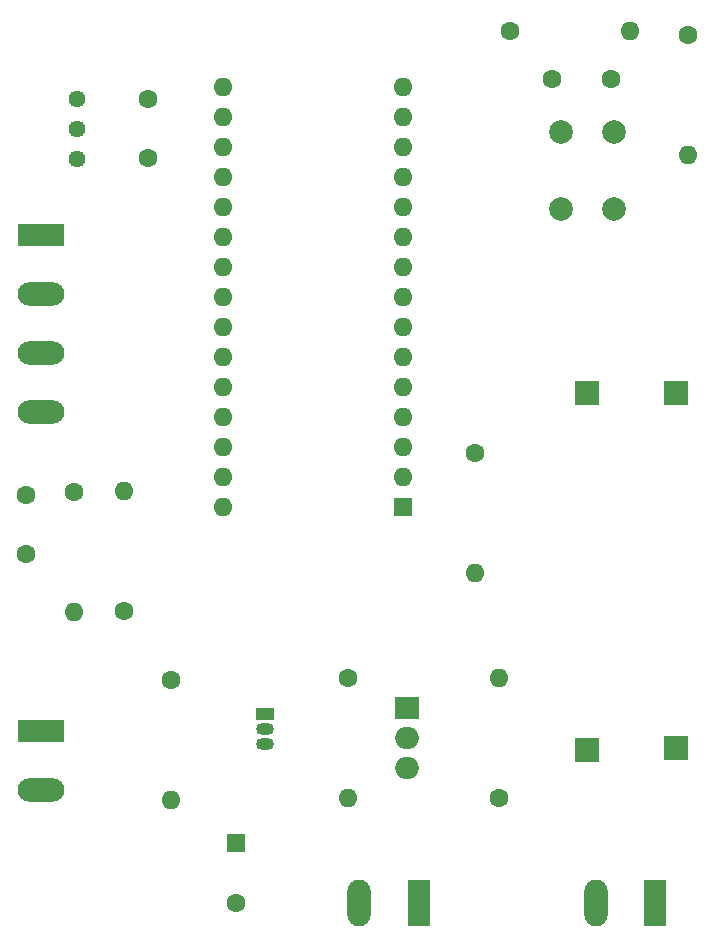
<source format=gtl>
G04 #@! TF.GenerationSoftware,KiCad,Pcbnew,6.0.2+dfsg-1*
G04 #@! TF.CreationDate,2023-09-01T16:31:58+02:00*
G04 #@! TF.ProjectId,WLS5,574c5335-2e6b-4696-9361-645f70636258,rev?*
G04 #@! TF.SameCoordinates,Original*
G04 #@! TF.FileFunction,Copper,L1,Top*
G04 #@! TF.FilePolarity,Positive*
%FSLAX46Y46*%
G04 Gerber Fmt 4.6, Leading zero omitted, Abs format (unit mm)*
G04 Created by KiCad (PCBNEW 6.0.2+dfsg-1) date 2023-09-01 16:31:58*
%MOMM*%
%LPD*%
G01*
G04 APERTURE LIST*
G04 #@! TA.AperFunction,ComponentPad*
%ADD10C,1.600000*%
G04 #@! TD*
G04 #@! TA.AperFunction,ComponentPad*
%ADD11O,1.600000X1.600000*%
G04 #@! TD*
G04 #@! TA.AperFunction,ComponentPad*
%ADD12R,3.960000X1.980000*%
G04 #@! TD*
G04 #@! TA.AperFunction,ComponentPad*
%ADD13O,3.960000X1.980000*%
G04 #@! TD*
G04 #@! TA.AperFunction,ComponentPad*
%ADD14C,2.000000*%
G04 #@! TD*
G04 #@! TA.AperFunction,ComponentPad*
%ADD15R,1.500000X1.050000*%
G04 #@! TD*
G04 #@! TA.AperFunction,ComponentPad*
%ADD16O,1.500000X1.050000*%
G04 #@! TD*
G04 #@! TA.AperFunction,ComponentPad*
%ADD17R,2.000000X2.000000*%
G04 #@! TD*
G04 #@! TA.AperFunction,ComponentPad*
%ADD18R,1.600000X1.600000*%
G04 #@! TD*
G04 #@! TA.AperFunction,ComponentPad*
%ADD19R,1.980000X3.960000*%
G04 #@! TD*
G04 #@! TA.AperFunction,ComponentPad*
%ADD20O,1.980000X3.960000*%
G04 #@! TD*
G04 #@! TA.AperFunction,ComponentPad*
%ADD21C,1.440000*%
G04 #@! TD*
G04 #@! TA.AperFunction,ComponentPad*
%ADD22R,2.000000X1.905000*%
G04 #@! TD*
G04 #@! TA.AperFunction,ComponentPad*
%ADD23O,2.000000X1.905000*%
G04 #@! TD*
G04 APERTURE END LIST*
D10*
X132670000Y-54750000D03*
D11*
X142830000Y-54750000D03*
D10*
X147750000Y-55085000D03*
D11*
X147750000Y-65245000D03*
D10*
X136250000Y-58750000D03*
X141250000Y-58750000D03*
D12*
X93000000Y-72000000D03*
D13*
X93000000Y-77000000D03*
X93000000Y-82000000D03*
X93000000Y-87000000D03*
D10*
X118945000Y-109460000D03*
D11*
X118945000Y-119620000D03*
D14*
X141500000Y-63250000D03*
X141500000Y-69750000D03*
X137000000Y-69750000D03*
X137000000Y-63250000D03*
D15*
X111945000Y-112540000D03*
D16*
X111945000Y-113810000D03*
X111945000Y-115080000D03*
D17*
X146750000Y-115375000D03*
D10*
X100000000Y-103830000D03*
D11*
X100000000Y-93670000D03*
D17*
X139250000Y-85375000D03*
D18*
X109500000Y-123500000D03*
D10*
X109500000Y-128500000D03*
D18*
X123610000Y-95050000D03*
D11*
X123610000Y-92510000D03*
X123610000Y-89970000D03*
X123610000Y-87430000D03*
X123610000Y-84890000D03*
X123610000Y-82350000D03*
X123610000Y-79810000D03*
X123610000Y-77270000D03*
X123610000Y-74730000D03*
X123610000Y-72190000D03*
X123610000Y-69650000D03*
X123610000Y-67110000D03*
X123610000Y-64570000D03*
X123610000Y-62030000D03*
X123610000Y-59490000D03*
X108370000Y-59490000D03*
X108370000Y-62030000D03*
X108370000Y-64570000D03*
X108370000Y-67110000D03*
X108370000Y-69650000D03*
X108370000Y-72190000D03*
X108370000Y-74730000D03*
X108370000Y-77270000D03*
X108370000Y-79810000D03*
X108370000Y-82350000D03*
X108370000Y-84890000D03*
X108370000Y-87430000D03*
X108370000Y-89970000D03*
X108370000Y-92510000D03*
X108370000Y-95050000D03*
D12*
X93000000Y-114000000D03*
D13*
X93000000Y-119000000D03*
D10*
X102000000Y-65500000D03*
X102000000Y-60500000D03*
X131750000Y-119620000D03*
D11*
X131750000Y-109460000D03*
D10*
X95750000Y-93750000D03*
D11*
X95750000Y-103910000D03*
D17*
X139250000Y-115625000D03*
D10*
X104000000Y-109670000D03*
D11*
X104000000Y-119830000D03*
D10*
X129750000Y-90420000D03*
D11*
X129750000Y-100580000D03*
D19*
X124945000Y-128540000D03*
D20*
X119945000Y-128540000D03*
D21*
X96000000Y-65550000D03*
X96000000Y-63010000D03*
X96000000Y-60470000D03*
D17*
X146750000Y-85375000D03*
D19*
X145000000Y-128500000D03*
D20*
X140000000Y-128500000D03*
D22*
X124000000Y-112000000D03*
D23*
X124000000Y-114540000D03*
X124000000Y-117080000D03*
D10*
X91750000Y-94000000D03*
X91750000Y-99000000D03*
M02*

</source>
